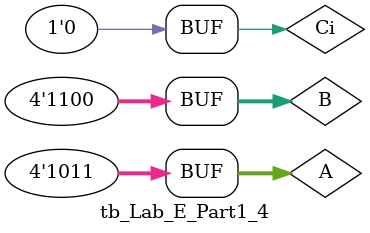
<source format=v>
`timescale 1ns / 1ps


module tb_Lab_E_Part1_4;

	// Inputs
	reg [3:0] A;
	reg [3:0] B;
	reg [0:0] Ci;

	// Outputs
	wire [3:0] Sum;
	wire Co;

	// Instantiate the Unit Under Test (UUT)
	Lab_E_Part1_4 uut (
		.A(A), 
		.B(B), 
		.Ci(Ci), 
		.Sum(Sum), 
		.Co(Co)
	);

	initial begin
		// Initialize Inputs
		A=4'd3;B=4'd6;Ci=1'b0;
		#10 A=4'd3;B=4'd5;Ci=1'b0;
		#10 A=4'd8;B=4'd8;Ci=1'b1;
		#10 A=4'd11;B=4'd7;Ci=1'b0;
		#10 A=4'd2;B=4'd9;Ci=1'b1;
		#10 A=4'd4;B=4'd1;Ci=1'b1;
		#10 A=4'd9;B=4'd5;Ci=1'b0;
		#10 A=4'd1;B=4'd6;Ci=1'b0;
		#10 A=4'd13;B=4'd14;Ci=1'b1;
		#10 A=4'd11;B=4'd12;Ci=1'b0;
		

		
		// Wait 100 ns for global reset to finish
		#100;
        
		// Add stimulus here

	end
      
endmodule


</source>
